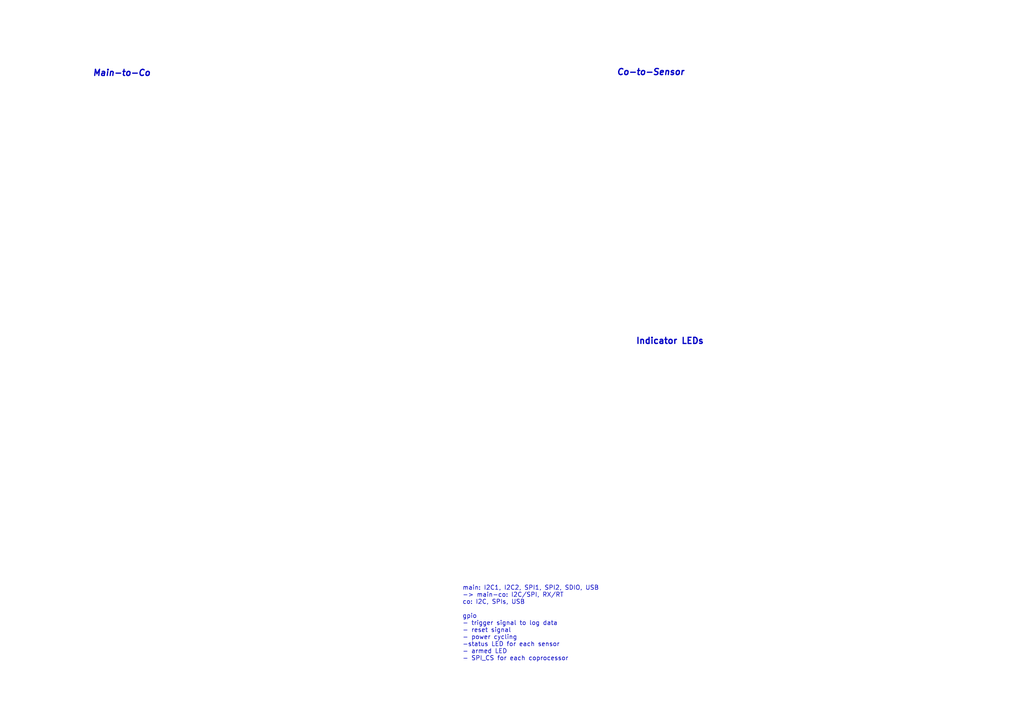
<source format=kicad_sch>
(kicad_sch
	(version 20231120)
	(generator "eeschema")
	(generator_version "8.0")
	(uuid "d9d69ffd-ccb1-4594-8130-06295d6a8b8a")
	(paper "A4")
	(lib_symbols)
	(text "Indicator LEDs"
		(exclude_from_sim no)
		(at 194.31 99.06 0)
		(effects
			(font
				(size 1.778 1.778)
				(thickness 0.3556)
				(bold yes)
			)
		)
		(uuid "48e55e69-6b28-4403-8ea3-ce2951d608e9")
	)
	(text "main: I2C1, I2C2, SPI1, SPI2, SDIO, USB\n-> main-co: I2C/SPI, RX/RT\nco: I2C, SPIs, USB\n\ngpio\n- trigger signal to log data\n- reset signal\n- power cycling\n-status LED for each sensor\n- armed LED\n- SPI_CS for each coprocessor"
		(exclude_from_sim no)
		(at 134.112 180.848 0)
		(effects
			(font
				(size 1.27 1.27)
			)
			(justify left)
		)
		(uuid "4a03bd1a-636e-4a13-9fe5-8022cc91af1f")
	)
	(text "Main-to-Co\n"
		(exclude_from_sim no)
		(at 35.306 21.336 0)
		(effects
			(font
				(size 1.778 1.778)
				(thickness 0.3556)
				(bold yes)
				(italic yes)
			)
		)
		(uuid "ae7f623e-62b5-4f5a-950e-a533936d8c28")
	)
	(text "Co-to-Sensor"
		(exclude_from_sim no)
		(at 188.722 21.082 0)
		(effects
			(font
				(size 1.778 1.778)
				(thickness 0.3556)
				(bold yes)
				(italic yes)
			)
		)
		(uuid "dd8442d2-bc9d-4b7f-bb8d-1fa506a7415a")
	)
)

</source>
